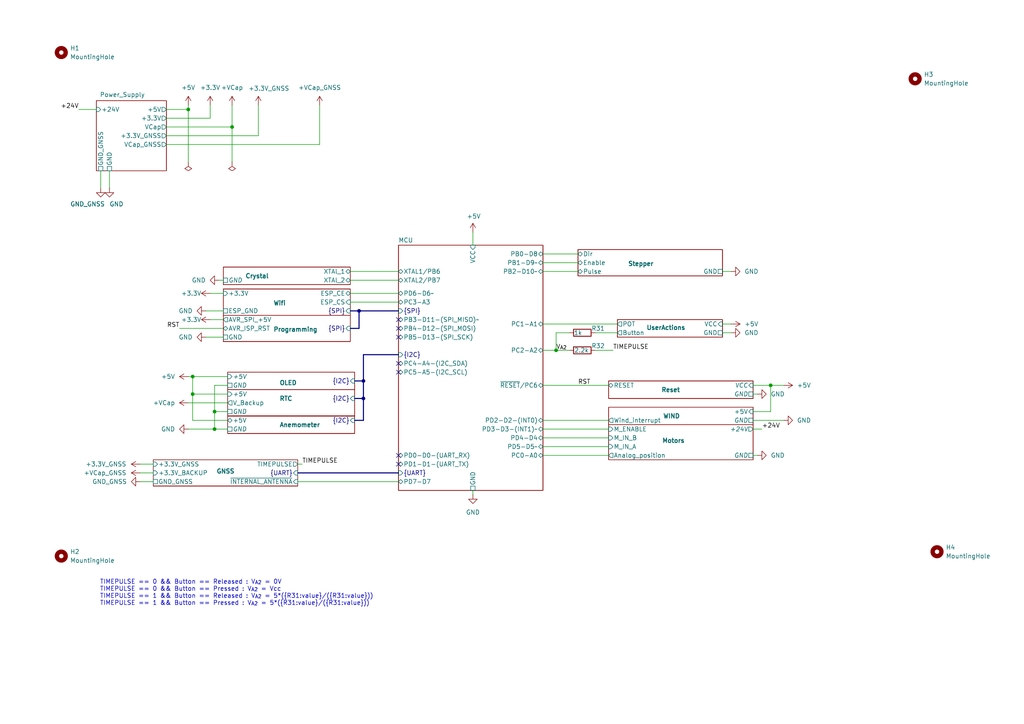
<source format=kicad_sch>
(kicad_sch (version 20231120) (generator "eeschema") (generator_version "8.0")
  (paper "A4")
  (title_block (title "SunTracker - Hierarchical schematic") (date "2024-04-17") (rev "1.0") (company "CREPP"))
  (lib_symbols
    (symbol "Device:R" (pin_numbers hide) (pin_names (offset 0))
      (property "Reference" "R" (at 2.032 0 90))
      (property "Value" "R" (at 0 0 90))
      (symbol "R_0_1"
        (rectangle (start -1.016 -2.54) (end 1.016 2.54) (stroke (width 0.254)))
      )
      (symbol "R_1_1"
        (pin passive line (at 0 3.81 270) (length 1.27) (name "~") (number "1"))
        (pin passive line (at 0 -3.81 90) (length 1.27) (name "~") (number "2"))
      )
    )
    (symbol "GND_1" (power) (pin_numbers hide) (pin_names (offset 0) hide)
      (property "Value" "GND" (at 0 -3.81 0))
      (symbol "GND_1_0_1"
        (polyline (pts (xy 0 0) (xy 0 -1.27) (xy 1.27 -1.27) (xy 0 -2.54) (xy -1.27 -1.27) (xy 0 -1.27)))
      )
      (symbol "GND_1_1_1"
        (pin power_in line (at 0 0 270) (length 0) (name "~") (number "1"))
      )
    )
    (symbol "Mechanical:MountingHole" (pin_names (offset 1.016))
      (property "Reference" "H" (at 0 5.08 0))
      (property "Value" "MountingHole" (at 0 3.175 0))
      (symbol "MountingHole_0_1"
        (circle (center 0 0) (radius 1.27) (stroke (width 1.27)))
      )
    )
    (symbol "power:+3.3V" (power) (pin_names (offset 0))
      (property "Value" "+3.3V" (at 0 3.556 0))
      (symbol "+3.3V_0_1"
        (polyline (pts (xy -0.762 1.27) (xy 0 2.54)))
        (polyline (pts (xy 0 0) (xy 0 2.54)))
        (polyline (pts (xy 0 2.54) (xy 0.762 1.27)))
      )
      (symbol "+3.3V_1_1"
        (pin power_in line (at 0 0 90) (length 0) hide (name "+3.3V") (number "1"))
      )
    )
    (symbol "power:+5V" (power) (pin_names (offset 0))
      (property "Value" "+5V" (at 0 3.556 0))
      (symbol "+5V_0_1"
        (polyline (pts (xy -0.762 1.27) (xy 0 2.54)))
        (polyline (pts (xy 0 0) (xy 0 2.54)))
        (polyline (pts (xy 0 2.54) (xy 0.762 1.27)))
      )
      (symbol "+5V_1_1"
        (pin power_in line (at 0 0 90) (length 0) hide (name "+5V") (number "1"))
      )
    )
    (symbol "power:GND" (power) (pin_names (offset 0))
      (property "Value" "GND" (at 0 -3.81 0))
      (symbol "GND_0_1"
        (polyline (pts (xy 0 0) (xy 0 -1.27) (xy 1.27 -1.27) (xy 0 -2.54) (xy -1.27 -1.27) (xy 0 -1.27)))
      )
      (symbol "GND_1_1"
        (pin power_in line (at 0 0 270) (length 0) hide (name "GND") (number "1"))
      )
    )
    (symbol "power:PWR_FLAG" (power) (pin_numbers hide) (pin_names (offset 0) hide)
      (property "Value" "PWR_FLAG" (at 0 3.81 0))
      (symbol "PWR_FLAG_0_0"
        (pin power_out line (at 0 0 90) (length 0) (name "~") (number "1"))
      )
      (symbol "PWR_FLAG_0_1"
        (polyline (pts (xy 0 0) (xy 0 1.27) (xy -1.016 1.905) (xy 0 2.54) (xy 1.016 1.905) (xy 0 1.27)))
      )
    )
  )
  (bus_alias "" (members))
  (bus_alias "I2C" (members "SDA" "SCL"))
  (bus_alias "SPI" (members "MOSI" "MISO" "CLK"))
  (bus_alias "UART" (members "RX" "TX"))
  (junction (at 67.31 36.83))
  (junction (at 223.52 111.76))
  (junction (at 105.41 115.57))
  (junction (at 55.88 109.22))
  (junction (at 55.88 114.3))
  (junction (at 104.14 90.17))
  (junction (at 62.23 124.46))
  (junction (at 105.41 110.49))
  (junction (at 54.61 31.75))
  (junction (at 62.23 119.38))
  (junction (at 161.29 101.6))
  (no_connect (at 115.57 92.71))
  (no_connect (at 115.57 134.62))
  (no_connect (at 115.57 105.41))
  (no_connect (at 115.57 107.95))
  (no_connect (at 115.57 97.79))
  (no_connect (at 115.57 95.25))
  (no_connect (at 115.57 132.08))
  (wire (pts (xy 60.96 34.29) (xy 48.26 34.29)))
  (wire (pts (xy 66.04 119.38) (xy 62.23 119.38)))
  (wire (pts (xy 62.23 111.76) (xy 62.23 119.38)))
  (wire (pts (xy 157.48 121.92) (xy 176.53 121.92)))
  (wire (pts (xy 40.64 139.7) (xy 44.45 139.7)))
  (wire (pts (xy 55.88 121.92) (xy 55.88 114.3)))
  (wire (pts (xy 218.44 132.08) (xy 219.71 132.08)))
  (wire (pts (xy 66.04 111.76) (xy 62.23 111.76)))
  (wire (pts (xy 54.61 116.84) (xy 66.04 116.84)))
  (wire (pts (xy 59.69 90.17) (xy 64.77 90.17)))
  (wire (pts (xy 223.52 111.76) (xy 218.44 111.76)))
  (wire (pts (xy 29.21 49.53) (xy 29.21 54.61)))
  (wire (pts (xy 218.44 114.3) (xy 219.71 114.3)))
  (bus (pts (xy 105.41 110.49) (xy 105.41 115.57)))
  (wire (pts (xy 92.71 41.91) (xy 48.26 41.91)))
  (wire (pts (xy 52.07 95.25) (xy 64.77 95.25)))
  (wire (pts (xy 60.96 30.48) (xy 60.96 34.29)))
  (wire (pts (xy 218.44 119.38) (xy 223.52 119.38)))
  (wire (pts (xy 209.55 78.74) (xy 212.09 78.74)))
  (wire (pts (xy 218.44 124.46) (xy 220.98 124.46)))
  (wire (pts (xy 54.61 31.75) (xy 48.26 31.75)))
  (wire (pts (xy 62.23 119.38) (xy 62.23 124.46)))
  (wire (pts (xy 74.93 30.48) (xy 74.93 39.37)))
  (wire (pts (xy 74.93 39.37) (xy 48.26 39.37)))
  (wire (pts (xy 59.69 97.79) (xy 64.77 97.79)))
  (bus (pts (xy 102.87 121.92) (xy 105.41 121.92)))
  (wire (pts (xy 223.52 119.38) (xy 223.52 111.76)))
  (wire (pts (xy 209.55 93.98) (xy 212.09 93.98)))
  (wire (pts (xy 157.48 78.74) (xy 167.64 78.74)))
  (wire (pts (xy 157.48 73.66) (xy 167.64 73.66)))
  (wire (pts (xy 161.29 96.52) (xy 165.1 96.52)))
  (wire (pts (xy 48.26 36.83) (xy 67.31 36.83)))
  (wire (pts (xy 54.61 109.22) (xy 55.88 109.22)))
  (bus (pts (xy 105.41 115.57) (xy 105.41 121.92)))
  (bus (pts (xy 104.14 90.17) (xy 104.14 95.25)))
  (bus (pts (xy 104.14 90.17) (xy 115.57 90.17)))
  (wire (pts (xy 86.36 139.7) (xy 115.57 139.7)))
  (wire (pts (xy 137.16 67.31) (xy 137.16 71.12)))
  (bus (pts (xy 105.41 102.87) (xy 105.41 110.49)))
  (wire (pts (xy 40.64 137.16) (xy 44.45 137.16)))
  (wire (pts (xy 31.75 49.53) (xy 31.75 54.61)))
  (wire (pts (xy 60.96 85.09) (xy 64.77 85.09)))
  (wire (pts (xy 101.6 78.74) (xy 115.57 78.74)))
  (wire (pts (xy 172.72 101.6) (xy 177.8 101.6)))
  (wire (pts (xy 60.96 92.71) (xy 64.77 92.71)))
  (wire (pts (xy 67.31 30.48) (xy 67.31 36.83)))
  (wire (pts (xy 137.16 142.24) (xy 137.16 143.51)))
  (wire (pts (xy 54.61 31.75) (xy 54.61 46.99)))
  (wire (pts (xy 101.6 81.28) (xy 115.57 81.28)))
  (wire (pts (xy 22.86 31.75) (xy 27.94 31.75)))
  (bus (pts (xy 101.6 95.25) (xy 104.14 95.25)))
  (wire (pts (xy 54.61 124.46) (xy 62.23 124.46)))
  (wire (pts (xy 157.48 76.2) (xy 167.64 76.2)))
  (wire (pts (xy 54.61 30.48) (xy 54.61 31.75)))
  (wire (pts (xy 209.55 96.52) (xy 212.09 96.52)))
  (wire (pts (xy 172.72 96.52) (xy 179.07 96.52)))
  (wire (pts (xy 157.48 132.08) (xy 176.53 132.08)))
  (bus (pts (xy 102.87 110.49) (xy 105.41 110.49)))
  (wire (pts (xy 40.64 134.62) (xy 44.45 134.62)))
  (wire (pts (xy 67.31 36.83) (xy 67.31 46.99)))
  (wire (pts (xy 66.04 121.92) (xy 55.88 121.92)))
  (wire (pts (xy 157.48 127) (xy 176.53 127)))
  (wire (pts (xy 66.04 114.3) (xy 55.88 114.3)))
  (wire (pts (xy 86.36 134.62) (xy 87.63 134.62)))
  (wire (pts (xy 157.48 124.46) (xy 176.53 124.46)))
  (bus (pts (xy 105.41 102.87) (xy 115.57 102.87)))
  (wire (pts (xy 227.33 111.76) (xy 223.52 111.76)))
  (wire (pts (xy 157.48 101.6) (xy 161.29 101.6)))
  (wire (pts (xy 66.04 109.22) (xy 55.88 109.22)))
  (wire (pts (xy 157.48 111.76) (xy 176.53 111.76)))
  (bus (pts (xy 101.6 90.17) (xy 104.14 90.17)))
  (wire (pts (xy 218.44 121.92) (xy 227.33 121.92)))
  (wire (pts (xy 161.29 101.6) (xy 165.1 101.6)))
  (wire (pts (xy 101.6 85.09) (xy 115.57 85.09)))
  (wire (pts (xy 92.71 30.48) (xy 92.71 41.91)))
  (wire (pts (xy 101.6 87.63) (xy 115.57 87.63)))
  (wire (pts (xy 161.29 96.52) (xy 161.29 101.6)))
  (wire (pts (xy 55.88 114.3) (xy 55.88 109.22)))
  (wire (pts (xy 66.04 124.46) (xy 62.23 124.46)))
  (bus (pts (xy 102.87 115.57) (xy 105.41 115.57)))
  (wire (pts (xy 63.5 81.28) (xy 64.77 81.28)))
  (bus (pts (xy 86.36 137.16) (xy 115.57 137.16)))
  (wire (pts (xy 157.48 129.54) (xy 176.53 129.54)))
  (wire (pts (xy 157.48 93.98) (xy 179.07 93.98)))
  (text "TIMEPULSE == 0 && Button == Released : V_{A2} = 0V\nTIMEPULSE == 0 && Button == Pressed : V_{A2} = Vcc\nTIMEPULSE == 1 && Button == Released : V_{A2} = 5*({R31:value}/({R31:value}))\nTIMEPULSE == 1 && Button == Pressed : V_{A2} = 5*({R31:value}/({R31:value}))" (at 28.956 171.958 0) (effects (font (size 1.27 1.27)) (justify left)))
  (label "RST" (at 52.07 95.25 180))
  (label "+24V" (at 220.98 124.46 0))
  (label "TIMEPULSE" (at 87.63 134.62 0))
  (label "TIMEPULSE" (at 177.8 101.6 0))
  (label "RST" (at 167.64 111.76 0))
  (label "+24V" (at 22.86 31.75 180))
  (label "V_{A_{2}}" (at 161.29 101.6 0))
  (symbol (lib_name "GND_1") (lib_id "power:GND") (at 31.75 54.61 0) (unit 1)
    (property "Reference" "#PWR01" (effects (hide yes)))
    (property "Value" "GND" (at 33.782 59.182 0))
    (property "Description" "Power symbol creates a global label with name \"GND\" , ground" (effects (hide yes)))
  )
  (symbol (lib_id "power:+5V") (at 212.09 93.98 270) (unit 1)
    (property "Reference" "#PWR020" (effects (hide yes)))
    (property "Value" "+5V" (at 215.9 93.9799 90) (effects (justify left)))
  )
  (symbol (lib_id "power:+3.3V") (at 40.64 137.16 90) (unit 1)
    (property "Reference" "#PWR037" (effects (hide yes)))
    (property "Value" "+VCap_GNSS" (at 30.48 137.16 90))
  )
  (symbol (lib_id "power:+3.3V") (at 54.61 116.84 90) (unit 1)
    (property "Reference" "#PWR040" (effects (hide yes)))
    (property "Value" "+VCap" (at 50.8 116.8399 90) (effects (justify left)))
  )
  (symbol (lib_id "power:GND") (at 59.69 90.17 270) (unit 1)
    (property "Reference" "#PWR017" (effects (hide yes)))
    (property "Value" "GND" (at 55.88 90.1701 90) (effects (justify right)))
  )
  (symbol (lib_id "power:+3.3V") (at 40.64 134.62 90) (unit 1)
    (property "Reference" "#PWR010" (effects (hide yes)))
    (property "Value" "+3.3V_GNSS" (at 30.734 134.62 90))
  )
  (symbol (lib_id "power:PWR_FLAG") (at 54.61 46.99 180) (unit 1)
    (property "Reference" "#FLG01" (effects (hide yes)))
    (property "Value" "PWR_FLAG" (effects (hide yes)))
    (property "Description" "Special symbol for telling ERC where power comes from" (effects (hide yes)))
  )
  (symbol (lib_id "power:+5V") (at 227.33 111.76 270) (unit 1)
    (property "Reference" "#PWR012" (effects (hide yes)))
    (property "Value" "+5V" (at 231.14 111.7599 90) (effects (justify left)))
  )
  (symbol (lib_id "power:+5V") (at 54.61 30.48 0) (unit 1)
    (property "Reference" "#PWR02" (effects (hide yes)))
    (property "Value" "+5V" (at 54.61 25.4 0))
  )
  (symbol (lib_id "power:GND") (at 219.71 132.08 90) (unit 1)
    (property "Reference" "#PWR013" (effects (hide yes)))
    (property "Value" "GND" (at 223.52 132.0799 90) (effects (justify right)))
  )
  (symbol (lib_id "power:+5V") (at 137.16 67.31 0) (unit 1)
    (property "Reference" "#PWR06" (effects (hide yes)))
    (property "Value" "+5V" (at 137.414 62.738 0))
  )
  (symbol (lib_name "GND_1") (lib_id "power:GND") (at 54.61 124.46 270) (unit 1)
    (property "Reference" "#PWR039" (effects (hide yes)))
    (property "Value" "GND" (at 50.8 124.4599 90) (effects (justify right)))
    (property "Description" "Power symbol creates a global label with name \"GND\" , ground" (effects (hide yes)))
  )
  (symbol (lib_id "power:+3.3V") (at 60.96 30.48 0) (unit 1)
    (property "Reference" "#PWR03" (effects (hide yes)))
    (property "Value" "+3.3V" (at 60.96 25.4 0))
  )
  (symbol (lib_id "power:GND") (at 219.71 114.3 90) (unit 1)
    (property "Reference" "#PWR011" (effects (hide yes)))
    (property "Value" "GND" (at 223.52 114.2999 90) (effects (justify right)))
  )
  (symbol (lib_id "Device:R") (at 168.91 96.52 90) (unit 1)
    (property "Reference" "R31" (at 173.482 95.25 90))
    (property "Value" "1k" (at 167.64 96.52 90))
    (property "Footprint" "Resistor_THT:R_Axial_DIN0207_L6.3mm_D2.5mm_P7.62mm_Horizontal" (effects (hide yes)))
  )
  (symbol (lib_id "power:GND") (at 59.69 97.79 270) (unit 1)
    (property "Reference" "#PWR029" (effects (hide yes)))
    (property "Value" "GND" (at 55.88 97.7901 90) (effects (justify right)))
  )
  (symbol (lib_id "Mechanical:MountingHole") (at 265.43 22.86 0) (unit 1)
    (property "Reference" "H3" (at 267.97 21.59 0) (effects (justify left)))
    (property "Value" "MountingHole" (at 267.97 24.13 0) (effects (justify left)))
    (property "Footprint" "MountingHole:MountingHole_3mm" (effects (hide yes)))
  )
  (symbol (lib_id "power:GND") (at 212.09 96.52 90) (unit 1)
    (property "Reference" "#PWR019" (effects (hide yes)))
    (property "Value" "GND" (at 215.9 96.5199 90) (effects (justify right)))
  )
  (symbol (lib_id "Device:R") (at 168.91 101.6 90) (unit 1)
    (property "Reference" "R32" (at 173.482 100.33 90))
    (property "Value" "2.2k" (at 168.656 101.6 90))
    (property "Footprint" "Resistor_THT:R_Axial_DIN0207_L6.3mm_D2.5mm_P7.62mm_Horizontal" (effects (hide yes)))
  )
  (symbol (lib_id "power:+5V") (at 54.61 109.22 90) (unit 1)
    (property "Reference" "#PWR07" (effects (hide yes)))
    (property "Value" "+5V" (at 50.8 109.2199 90) (effects (justify left)))
  )
  (symbol (lib_name "GND_1") (lib_id "power:GND") (at 63.5 81.28 270) (unit 1)
    (property "Reference" "#PWR041" (effects (hide yes)))
    (property "Value" "GND" (at 59.69 81.2799 90) (effects (justify right)))
    (property "Description" "Power symbol creates a global label with name \"GND\" , ground" (effects (hide yes)))
  )
  (symbol (lib_id "Mechanical:MountingHole") (at 271.78 160.02 0) (unit 1)
    (property "Reference" "H4" (at 274.32 158.75 0) (effects (justify left)))
    (property "Value" "MountingHole" (at 274.32 161.29 0) (effects (justify left)))
    (property "Footprint" "MountingHole:MountingHole_3mm" (effects (hide yes)))
  )
  (symbol (lib_name "GND_1") (lib_id "power:GND") (at 29.21 54.61 0) (unit 1)
    (property "Reference" "#PWR016" (effects (hide yes)))
    (property "Value" "GND_GNSS" (at 25.4 59.182 0))
    (property "Description" "Power symbol creates a global label with name \"GND\" , ground" (effects (hide yes)))
  )
  (symbol (lib_id "Mechanical:MountingHole") (at 17.78 161.29 0) (unit 1)
    (property "Reference" "H2" (at 20.32 160.02 0) (effects (justify left)))
    (property "Value" "MountingHole" (at 20.32 162.56 0) (effects (justify left)))
    (property "Footprint" "MountingHole:MountingHole_3mm" (effects (hide yes)))
  )
  (symbol (lib_id "power:GND") (at 212.09 78.74 90) (unit 1)
    (property "Reference" "#PWR018" (effects (hide yes)))
    (property "Value" "GND" (at 215.9 78.7399 90) (effects (justify right)))
  )
  (symbol (lib_id "Mechanical:MountingHole") (at 17.78 15.24 0) (unit 1)
    (property "Reference" "H1" (at 20.32 13.97 0) (effects (justify left)))
    (property "Value" "MountingHole" (at 20.32 16.51 0) (effects (justify left)))
    (property "Footprint" "MountingHole:MountingHole_3mm" (effects (hide yes)))
  )
  (symbol (lib_name "GND_1") (lib_id "power:GND") (at 137.16 143.51 0) (unit 1)
    (property "Reference" "#PWR09" (effects (hide yes)))
    (property "Value" "GND" (at 137.16 148.59 0))
    (property "Description" "Power symbol creates a global label with name \"GND\" , ground" (effects (hide yes)))
  )
  (symbol (lib_id "power:+3.3V") (at 74.93 30.48 0) (unit 1)
    (property "Reference" "#PWR035" (effects (hide yes)))
    (property "Value" "+3.3V_GNSS" (at 77.978 25.654 0))
  )
  (symbol (lib_id "power:+3.3V") (at 60.96 85.09 90) (unit 1)
    (property "Reference" "#PWR015" (effects (hide yes)))
    (property "Value" "+3.3V" (at 58.42 85.0899 90) (effects (justify left)))
  )
  (symbol (lib_id "power:+3.3V") (at 92.71 30.48 0) (unit 1)
    (property "Reference" "#PWR05" (effects (hide yes)))
    (property "Value" "+VCap_GNSS" (at 92.71 25.4 0))
  )
  (symbol (lib_id "power:+3.3V") (at 60.96 92.71 90) (unit 1)
    (property "Reference" "#PWR08" (effects (hide yes)))
    (property "Value" "+3.3V" (at 58.42 92.7099 90) (effects (justify left)))
  )
  (symbol (lib_id "power:GND") (at 227.33 121.92 90) (unit 1)
    (property "Reference" "#PWR014" (effects (hide yes)))
    (property "Value" "GND" (at 231.14 121.9199 90) (effects (justify right)))
  )
  (symbol (lib_id "power:PWR_FLAG") (at 67.31 46.99 180) (unit 1)
    (property "Reference" "#FLG03" (effects (hide yes)))
    (property "Value" "PWR_FLAG" (effects (hide yes)))
    (property "Description" "Special symbol for telling ERC where power comes from" (effects (hide yes)))
  )
  (symbol (lib_id "power:+3.3V") (at 67.31 30.48 0) (unit 1)
    (property "Reference" "#PWR04" (effects (hide yes)))
    (property "Value" "+VCap" (at 67.31 25.4 0))
  )
  (symbol (lib_name "GND_1") (lib_id "power:GND") (at 40.64 139.7 270) (unit 1)
    (property "Reference" "#PWR038" (effects (hide yes)))
    (property "Value" "GND_GNSS" (at 36.83 139.6999 90) (effects (justify right)))
    (property "Description" "Power symbol creates a global label with name \"GND\" , ground" (effects (hide yes)))
  )
  (sheet (at 176.53 118.11) (size 41.91 5.08) (stroke (width 0.1524))
    (property "Sheetname" "WIND" (at 192.278 121.412 0) (effects (font (bold yes)) (justify left bottom)))
    (property "Sheetfile" "Modules/WIND.kicad_sch" (effects (hide yes)))
    (pin "GND" passive (at 218.44 121.92 0) (effects (font (italic yes))))
    (pin "Wind_interrupt" output (at 176.53 121.92 180))
    (pin "+5V" input (at 218.44 119.38 0))
  )
  (sheet (at 179.07 92.71) (size 30.48 5.08) (stroke (width 0.1524))
    (property "Sheetname" "UserActions" (at 187.452 95.758 0) (effects (font (bold yes)) (justify left bottom)))
    (property "Sheetfile" "UserActions.kicad_sch" (effects (hide yes)))
    (pin "VCC" input (at 209.55 93.98 0))
    (pin "Button" output (at 179.07 96.52 180))
    (pin "POT" output (at 179.07 93.98 180))
    (pin "GND" passive (at 209.55 96.52 0))
  )
  (sheet (at 176.53 123.19) (size 41.91 10.16) (stroke (width 0.1524))
    (property "Sheetname" "Motors" (at 192.024 128.524 0) (effects (font (bold yes)) (justify left bottom)))
    (property "Sheetfile" "../../../Electronique/Kicad/Motor_Control/Motor_Control.kicad_sch" (effects (hide yes)))
    (pin "M_IN_B" input (at 176.53 127 180))
    (pin "M_IN_A" input (at 176.53 129.54 180))
    (pin "M_ENABLE" input (at 176.53 124.46 180))
    (pin "GND" passive (at 218.44 132.08 0) (effects (font (italic yes))))
    (pin "+24V" output (at 218.44 124.46 0) (effects (font (italic yes))))
    (pin "Analog_position" output (at 176.53 132.08 180))
  )
  (sheet (at 27.94 29.21) (size 20.32 20.32) (stroke (width 0.1524))
    (property "Sheetname" "Power_Supply" (at 28.956 28.194 0) (effects (justify left bottom)))
    (property "Sheetfile" "Modules/Power_supply.kicad_sch" (effects (hide yes)))
    (pin "GND" passive (at 31.75 49.53 270))
    (pin "+24V" input (at 27.94 31.75 180))
    (pin "+5V" output (at 48.26 31.75 0))
    (pin "+3.3V" output (at 48.26 34.29 0))
    (pin "VCap" output (at 48.26 36.83 0))
    (pin "+3.3V_GNSS" output (at 48.26 39.37 0))
    (pin "GND_GNSS" passive (at 29.21 49.53 270))
    (pin "VCap_GNSS" output (at 48.26 41.91 0))
  )
  (sheet (at 66.04 113.03) (size 36.83 7.62) (stroke (width 0.1524))
    (property "Sheetname" "RTC" (at 81.026 116.332 0) (effects (font (bold yes)) (justify left bottom)))
    (property "Sheetfile" "Modules/RTC.kicad_sch" (effects (hide yes)))
    (pin "GND" passive (at 66.04 119.38 180) (effects (font (italic yes))))
    (pin "+5V" input (at 66.04 114.3 180) (effects (font (italic yes))))
    (pin "{I2C}" input (at 102.87 115.57 0))
    (pin "V_Backup" output (at 66.04 116.84 180))
  )
  (sheet (at 64.77 83.82) (size 36.83 7.62) (stroke (width 0.1524))
    (property "Sheetname" "Wifi" (at 79.248 88.646 0) (effects (font (bold yes)) (justify left bottom)))
    (property "Sheetfile" "Modules/Wifi.kicad_sch" (effects (hide yes)))
    (pin "ESP_GND" passive (at 64.77 90.17 180))
    (pin "+3.3V" input (at 64.77 85.09 180))
    (pin "ESP_CE" bidirectional (at 101.6 85.09 0))
    (pin "{SPI}" input (at 101.6 90.17 0))
    (pin "ESP_CS" input (at 101.6 87.63 0))
  )
  (sheet (at 115.57 71.12) (size 41.91 71.12) (stroke (width 0.1524))
    (property "Sheetname" "MCU" (at 115.57 70.4084 0) (effects (justify left bottom)))
    (property "Sheetfile" "Modules/MCU.kicad_sch" (effects (hide yes)))
    (pin "VCC" input (at 137.16 71.12 90))
    (pin "~{RESET}/PC6" bidirectional (at 157.48 111.76 0))
    (pin "XTAL1/PB6" bidirectional (at 115.57 78.74 180))
    (pin "XTAL2/PB7" bidirectional (at 115.57 81.28 180))
    (pin "PC2-A2" bidirectional (at 157.48 101.6 0))
    (pin "PC3-A3" bidirectional (at 115.57 87.63 180))
    (pin "PC1-A1" bidirectional (at 157.48 93.98 0))
    (pin "PC0-A0" bidirectional (at 157.48 132.08 0))
    (pin "{I2C}" input (at 115.57 102.87 180))
    (pin "{SPI}" input (at 115.57 90.17 180))
    (pin "{UART}" input (at 115.57 137.16 180))
    (pin "PD2-D2-(INT0)" bidirectional (at 157.48 121.92 0))
    (pin "PD3-D3-(INT1)~" bidirectional (at 157.48 124.46 0))
    (pin "PD4-D4" bidirectional (at 157.48 127 0))
    (pin "PB0-D8" bidirectional (at 157.48 73.66 0))
    (pin "PD7-D7" bidirectional (at 115.57 139.7 180))
    (pin "PD6-D6~" bidirectional (at 115.57 85.09 180))
    (pin "PB1-D9~" bidirectional (at 157.48 76.2 0))
    (pin "PB2-D10~" bidirectional (at 157.48 78.74 0))
    (pin "PB4-D12-(SPI_MOSI)" bidirectional (at 115.57 95.25 180))
    (pin "PB5-D13-(SPI_SCK)" bidirectional (at 115.57 97.79 180))
    (pin "PB3-D11-(SPI_MISO)~" bidirectional (at 115.57 92.71 180))
    (pin "PC4-A4-(I2C_SDA)" bidirectional (at 115.57 105.41 180))
    (pin "PD0-D0-(UART_RX)" bidirectional (at 115.57 132.08 180))
    (pin "PC5-A5-(I2C_SCL)" bidirectional (at 115.57 107.95 180))
    (pin "PD1-D1-(UART_TX)" bidirectional (at 115.57 134.62 180))
    (pin "PD5-D5~" bidirectional (at 157.48 129.54 0))
    (pin "GND" passive (at 137.16 142.24 270))
  )
  (sheet (at 64.77 91.44) (size 36.83 7.62) (stroke (width 0.1524))
    (property "Sheetname" "Programming" (at 79.248 96.266 0) (effects (font (bold yes)) (justify left bottom)))
    (property "Sheetfile" "Modules/Programming.kicad_sch" (effects (hide yes)))
    (pin "{SPI}" input (at 101.6 95.25 0))
    (pin "GND" passive (at 64.77 97.79 180))
    (pin "AVR_ISP_RST" bidirectional (at 64.77 95.25 180))
    (pin "AVR_SPI_+5V" output (at 64.77 92.71 180))
  )
  (sheet (at 44.45 133.35) (size 41.91 7.62) (stroke (width 0.1524))
    (property "Sheetname" "GNSS" (at 62.738 137.414 0) (effects (font (bold yes)) (justify left bottom)))
    (property "Sheetfile" "Modules/GNSS.kicad_sch" (effects (hide yes)))
    (pin "~{INTERNAL_ANTENNA}" input (at 86.36 139.7 0))
    (pin "TIMEPULSE" output (at 86.36 134.62 0))
    (pin "{UART}" input (at 86.36 137.16 0))
    (pin "+3.3V_GNSS" input (at 44.45 134.62 180))
    (pin "+3.3V_BACKUP" input (at 44.45 137.16 180))
    (pin "GND_GNSS" passive (at 44.45 139.7 180))
  )
  (sheet (at 64.77 77.47) (size 36.83 5.08) (stroke (width 0.1524))
    (property "Sheetname" "Crystal" (at 71.12 80.772 0) (effects (font (bold yes)) (justify left bottom)))
    (property "Sheetfile" "Modules/Xtal.kicad_sch" (effects (hide yes)))
    (pin "XTAl_1" bidirectional (at 101.6 78.74 0))
    (pin "XTAl_2" bidirectional (at 101.6 81.28 0))
    (pin "GND" passive (at 64.77 81.28 180) (effects (font (italic yes))))
  )
  (sheet (at 176.53 110.49) (size 41.91 5.08) (stroke (width 0.1524))
    (property "Sheetname" "Reset" (at 191.77 113.792 0) (effects (font (bold yes)) (justify left bottom)))
    (property "Sheetfile" "Modules/Reset.kicad_sch" (effects (hide yes)))
    (pin "GND" passive (at 218.44 114.3 0) (effects (font (italic yes))))
    (pin "RESET" bidirectional (at 176.53 111.76 180))
    (pin "VCC" input (at 218.44 111.76 0) (effects (font (italic yes))))
  )
  (sheet (at 167.64 72.39) (size 41.91 7.62) (stroke (width 0.1524))
    (property "Sheetname" "Stepper" (at 182.118 77.216 0) (effects (font (bold yes)) (justify left bottom)))
    (property "Sheetfile" "Modules/Stepper.kicad_sch" (effects (hide yes)))
    (pin "Dir" bidirectional (at 167.64 73.66 180))
    (pin "Pulse" bidirectional (at 167.64 78.74 180))
    (pin "Enable" bidirectional (at 167.64 76.2 180))
    (pin "GND" passive (at 209.55 78.74 0))
  )
  (sheet (at 66.04 107.95) (size 36.83 5.08) (stroke (width 0.1524))
    (property "Sheetname" "OLED" (at 81.026 111.76 0) (effects (font (bold yes)) (justify left bottom)))
    (property "Sheetfile" "Modules/OLED.kicad_sch" (effects (hide yes)))
    (pin "GND" passive (at 66.04 111.76 180) (effects (font (italic yes))))
    (pin "+5V" input (at 66.04 109.22 180) (effects (font (italic yes))))
    (pin "{I2C}" input (at 102.87 110.49 0))
  )
  (sheet (at 66.04 120.65) (size 36.83 5.08) (stroke (width 0.1524))
    (property "Sheetname" "Anemometer" (at 81.026 123.952 0) (effects (font (bold yes)) (justify left bottom)))
    (property "Sheetfile" "Modules/Anemometer.kicad_sch" (effects (hide yes)))
    (pin "GND" passive (at 66.04 124.46 180) (effects (font (italic yes))))
    (pin "{I2C}" input (at 102.87 121.92 0))
    (pin "+5V" bidirectional (at 66.04 121.92 180))
  )
)
</source>
